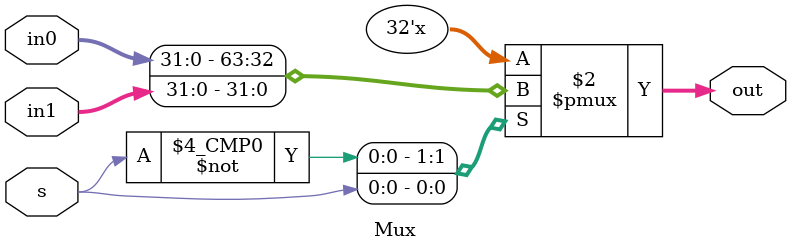
<source format=v>
`timescale 1ns / 1ps


module Mux(in0,in1,s,out);
    input [31:0] in0,in1;
    input s;
    output reg [31:0] out;
    
    always@(*) begin
        case(s)
            1'b0:out=in0;
            1'b1:out=in1;
            default: out=0;
        endcase
    end
    
endmodule

</source>
